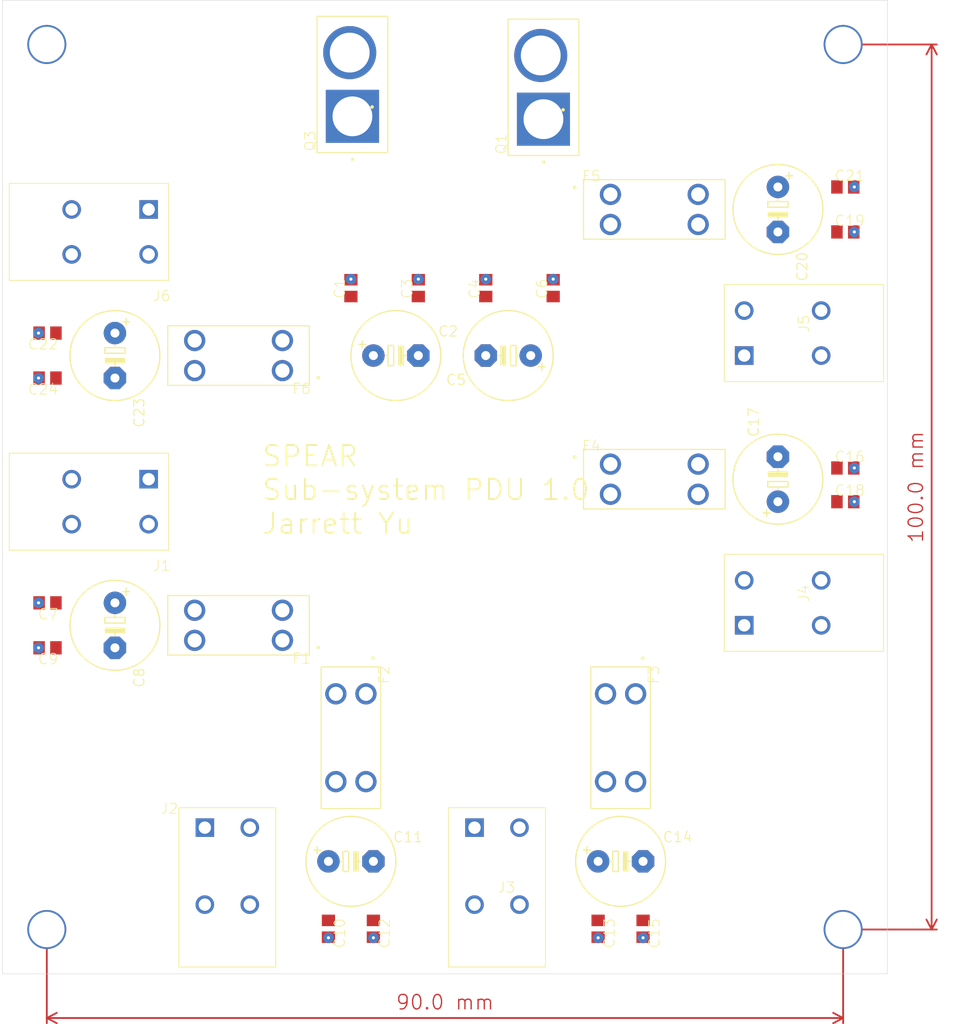
<source format=kicad_pcb>
(kicad_pcb (version 20211014) (generator pcbnew)
  (layers (0 "F.Cu" signal) (31 "B.Cu" signal) (34 "B.Paste" user) (35 "F.Paste" user) (36 "B.SilkS" user "B.Silkscreen") (37 "F.SilkS" user "F.Silkscreen") (38 "B.Mask" user) (39 "F.Mask" user) (44 "Edge.Cuts" user))
  (net 0 "")
  (net 1 "VCC")
  (net 2 "GND")
  (net 3 "N$6")
  (net 4 "N$1")
  (net 5 "N$2")
  (net 6 "N$3")
  (net 7 "N$4")
  (net 8 "N$5")
  (net 9 "N$23")
  (net 10 "N$24")
  (net 11 "N$25")
  (net 12 "N$26")
  (footprint "sub_sys_pdu:E5-10,5" (layer "F.Cu") (at 186.1311 73.6436 -90)
    (fp_text reference "C20" (at 4.699 -2.7432 90) (layer "F.SilkS") (effects (font (size 1.1557 1.1557) (thickness 0.1143)) (justify right)))
    (fp_text value "100uf")
    (fp_line (start -3.429 -1.27) (end -4.191 -1.27) (layer "F.SilkS") (width 0.1524))
    (fp_line (start 0.635 0) (end 1.143 0) (layer "F.SilkS") (width 0.1524))
    (fp_line (start -1.143 0) (end -0.889 0) (layer "F.SilkS") (width 0.1524))
    (fp_line (start -0.254 -1.143) (end -0.889 -1.143) (layer "F.SilkS") (width 0.1524))
    (fp_line (start -0.889 1.143) (end -0.254 1.143) (layer "F.SilkS") (width 0.1524))
    (fp_line (start -3.81 -1.651) (end -3.81 -0.889) (layer "F.SilkS") (width 0.1524))
    (fp_line (start -0.889 -1.143) (end -0.889 0) (layer "F.SilkS") (width 0.1524))
    (fp_line (start -0.889 0) (end -0.889 1.143) (layer "F.SilkS") (width 0.1524))
    (fp_line (start -0.254 1.143) (end -0.254 -1.143) (layer "F.SilkS") (width 0.1524))
    (fp_circle (center 0 0) (end 5.08 0) (layer "F.SilkS") (width 0.1524) (fill none))
    (fp_poly (pts (xy 0.254 1.143) (xy 0.889 1.143) (xy 0.889 -1.143) (xy 0.254 -1.143)) (layer "F.SilkS") (width 0) (fill solid))
    (pad "+" thru_hole circle (at -2.54 0 270) (size 2.54 2.54) (drill 1.016) (layers *.Cu *.Mask) (net 8 "N$5"))
    (pad "-" thru_hole roundrect (at 2.54 0 270) (size 2.54 2.54) (drill 1.016) (layers *.Cu *.Mask) (chamfer_ratio 0.2928932188) (chamfer top_left top_right bottom_left bottom_right) (net 2 "GND"))
  )
  (footprint "sub_sys_pdu:C0805" (layer "F.Cu") (at 103.5811 92.6936 180)
    (fp_text reference "C24" (at -1.27 -1.27) (layer "F.SilkS") (effects (font (size 1.176528 1.176528) (thickness 0.093472)) (justify right)))
    (fp_text value "100nF")
    (pad "1" smd rect (at -0.95 0 180) (size 1.3 1.5) (layers "F.Cu" "F.Paste" "F.Mask") (net 3 "N$6"))
    (pad "2" smd rect (at 0.95 0 180) (size 1.3 1.5) (layers "F.Cu" "F.Paste" "F.Mask") (net 2 "GND"))
  )
  (footprint "sub_sys_pdu:C0805" (layer "F.Cu") (at 135.3311 154.9236 -90)
    (fp_text reference "C10" (at -1.27 -1.27 90) (layer "F.SilkS") (effects (font (size 1.176528 1.176528) (thickness 0.093472)) (justify right)))
    (fp_text value "100nF")
    (pad "1" smd rect (at -0.95 0 270) (size 1.3 1.5) (layers "F.Cu" "F.Paste" "F.Mask") (net 5 "N$2"))
    (pad "2" smd rect (at 0.95 0 270) (size 1.3 1.5) (layers "F.Cu" "F.Paste" "F.Mask") (net 2 "GND"))
  )
  (footprint "sub_sys_pdu:FUSE_3568" (layer "F.Cu") (at 172.1611 73.6436)
    (fp_text reference "F5" (at -8.25 -3.75) (layer "F.SilkS") (effects (font (size 1.176528 1.176528) (thickness 0.093472)) (justify left)))
    (fp_text value "3568")
    (fp_line (start -8 3.365) (end -8 -3.365) (layer "F.SilkS") (width 0.127))
    (fp_line (start 8 3.365) (end -8 3.365) (layer "F.SilkS") (width 0.127))
    (fp_line (start 8 -3.365) (end 8 3.365) (layer "F.SilkS") (width 0.127))
    (fp_line (start -8 -3.365) (end 8 -3.365) (layer "F.SilkS") (width 0.127))
    (fp_circle (center -9 -2.5) (end -8.9 -2.5) (layer "F.SilkS") (width 0.2) (fill none))
    (pad "1" thru_hole circle (at -4.96 -1.7) (size 2.4 2.4) (drill 1.6) (layers *.Cu *.Mask) (net 1 "VCC"))
    (pad "2" thru_hole circle (at 4.96 -1.7) (size 2.4 2.4) (drill 1.6) (layers *.Cu *.Mask) (net 8 "N$5"))
    (pad "3" thru_hole circle (at -4.96 1.7) (size 2.4 2.4) (drill 1.6) (layers *.Cu *.Mask) (net 1 "VCC"))
    (pad "4" thru_hole circle (at 4.96 1.7) (size 2.4 2.4) (drill 1.6) (layers *.Cu *.Mask) (net 8 "N$5"))
  )
  (footprint "sub_sys_pdu:1017503" (layer "F.Cu") (at 182.3211 90.1536 90)
    (fp_text reference "J5" (at 2.54 6.75 90) (layer "F.SilkS") (effects (font (size 1.176528 1.176528) (thickness 0.093472)) (justify left)))
    (fp_text value "1017503")
    (fp_line (start -2.94 -2.25) (end 8.02 -2.25) (layer "F.SilkS") (width 0.1))
    (fp_line (start 8.02 -2.25) (end 8.02 15.75) (layer "F.SilkS") (width 0.1))
    (fp_line (start 8.02 15.75) (end -2.94 15.75) (layer "F.SilkS") (width 0.1))
    (fp_line (start -2.94 15.75) (end -2.94 -2.25) (layer "F.SilkS") (width 0.1))
    (pad "1" thru_hole rect (at 0 0 90) (size 2.1 2.1) (drill 1.4) (layers *.Cu *.Mask) (net 2 "GND"))
    (pad "2" thru_hole circle (at 0 8.7 90) (size 2.1 2.1) (drill 1.4) (layers *.Cu *.Mask) (net 2 "GND"))
    (pad "3" thru_hole circle (at 5.08 0 90) (size 2.1 2.1) (drill 1.4) (layers *.Cu *.Mask) (net 8 "N$5"))
    (pad "4" thru_hole circle (at 5.08 8.7 90) (size 2.1 2.1) (drill 1.4) (layers *.Cu *.Mask) (net 8 "N$5"))
  )
  (footprint "sub_sys_pdu:1017503" (layer "F.Cu") (at 115.0111 73.6436 -90)
    (fp_text reference "J6" (at 9.76 -2.54) (layer "F.SilkS") (effects (font (size 1.176528 1.176528) (thickness 0.093472)) (justify right)))
    (fp_text value "1017503")
    (fp_line (start 8.02 -2.25) (end 8.02 15.75) (layer "F.SilkS") (width 0.1))
    (fp_line (start -2.94 15.75) (end -2.94 -2.25) (layer "F.SilkS") (width 0.1))
    (fp_line (start 8.02 15.75) (end -2.94 15.75) (layer "F.SilkS") (width 0.1))
    (fp_line (start -2.94 -2.25) (end 8.02 -2.25) (layer "F.SilkS") (width 0.1))
    (pad "1" thru_hole rect (at 0 0 270) (size 2.1 2.1) (drill 1.4) (layers *.Cu *.Mask) (net 2 "GND"))
    (pad "2" thru_hole circle (at 0 8.7 270) (size 2.1 2.1) (drill 1.4) (layers *.Cu *.Mask) (net 2 "GND"))
    (pad "3" thru_hole circle (at 5.08 0 270) (size 2.1 2.1) (drill 1.4) (layers *.Cu *.Mask) (net 3 "N$6"))
    (pad "4" thru_hole circle (at 5.08 8.7 270) (size 2.1 2.1) (drill 1.4) (layers *.Cu *.Mask) (net 3 "N$6"))
  )
  (footprint "sub_sys_pdu:FUSE_3568" (layer "F.Cu") (at 125.1711 90.1536 180)
    (fp_text reference "F6" (at -8.25 -3.75) (layer "F.SilkS") (effects (font (size 1.176528 1.176528) (thickness 0.093472)) (justify right)))
    (fp_text value "3568")
    (fp_line (start 8 -3.365) (end 8 3.365) (layer "F.SilkS") (width 0.127))
    (fp_line (start 8 3.365) (end -8 3.365) (layer "F.SilkS") (width 0.127))
    (fp_line (start -8 -3.365) (end 8 -3.365) (layer "F.SilkS") (width 0.127))
    (fp_line (start -8 3.365) (end -8 -3.365) (layer "F.SilkS") (width 0.127))
    (fp_circle (center -9 -2.5) (end -8.9 -2.5) (layer "F.SilkS") (width 0.2) (fill none))
    (pad "1" thru_hole circle (at -4.96 -1.7 180) (size 2.4 2.4) (drill 1.6) (layers *.Cu *.Mask) (net 1 "VCC"))
    (pad "2" thru_hole circle (at 4.96 -1.7 180) (size 2.4 2.4) (drill 1.6) (layers *.Cu *.Mask) (net 3 "N$6"))
    (pad "3" thru_hole circle (at -4.96 1.7 180) (size 2.4 2.4) (drill 1.6) (layers *.Cu *.Mask) (net 1 "VCC"))
    (pad "4" thru_hole circle (at 4.96 1.7 180) (size 2.4 2.4) (drill 1.6) (layers *.Cu *.Mask) (net 3 "N$6"))
  )
  (footprint "sub_sys_pdu:C0805" (layer "F.Cu") (at 193.7511 71.1036)
    (fp_text reference "C21" (at -1.27 -1.27) (layer "F.SilkS") (effects (font (size 1.176528 1.176528) (thickness 0.093472)) (justify left)))
    (fp_text value "100nF")
    (pad "1" smd rect (at -0.95 0) (size 1.3 1.5) (layers "F.Cu" "F.Paste" "F.Mask") (net 8 "N$5"))
    (pad "2" smd rect (at 0.95 0) (size 1.3 1.5) (layers "F.Cu" "F.Paste" "F.Mask") (net 2 "GND"))
  )
  (footprint "sub_sys_pdu:FUSE_3568" (layer "F.Cu") (at 125.1711 120.6336 180)
    (fp_text reference "F1" (at -8.25 -3.75) (layer "F.SilkS") (effects (font (size 1.176528 1.176528) (thickness 0.093472)) (justify right)))
    (fp_text value "3568")
    (fp_line (start -8 3.365) (end -8 -3.365) (layer "F.SilkS") (width 0.127))
    (fp_line (start -8 -3.365) (end 8 -3.365) (layer "F.SilkS") (width 0.127))
    (fp_line (start 8 -3.365) (end 8 3.365) (layer "F.SilkS") (width 0.127))
    (fp_line (start 8 3.365) (end -8 3.365) (layer "F.SilkS") (width 0.127))
    (fp_circle (center -9 -2.5) (end -8.9 -2.5) (layer "F.SilkS") (width 0.2) (fill none))
    (pad "1" thru_hole circle (at -4.96 -1.7 180) (size 2.4 2.4) (drill 1.6) (layers *.Cu *.Mask) (net 1 "VCC"))
    (pad "2" thru_hole circle (at 4.96 -1.7 180) (size 2.4 2.4) (drill 1.6) (layers *.Cu *.Mask) (net 4 "N$1"))
    (pad "3" thru_hole circle (at -4.96 1.7 180) (size 2.4 2.4) (drill 1.6) (layers *.Cu *.Mask) (net 1 "VCC"))
    (pad "4" thru_hole circle (at 4.96 1.7 180) (size 2.4 2.4) (drill 1.6) (layers *.Cu *.Mask) (net 4 "N$1"))
  )
  (footprint "sub_sys_pdu:C0805" (layer "F.Cu") (at 165.8111 154.9236 -90)
    (fp_text reference "C13" (at -1.27 -1.27 90) (layer "F.SilkS") (effects (font (size 1.176528 1.176528) (thickness 0.093472)) (justify right)))
    (fp_text value "100nF")
    (pad "1" smd rect (at -0.95 0 270) (size 1.3 1.5) (layers "F.Cu" "F.Paste" "F.Mask") (net 6 "N$3"))
    (pad "2" smd rect (at 0.95 0 270) (size 1.3 1.5) (layers "F.Cu" "F.Paste" "F.Mask") (net 2 "GND"))
  )
  (footprint "sub_sys_pdu:C0805" (layer "F.Cu") (at 145.4911 82.5336 90)
    (fp_text reference "C3" (at -1.27 -1.27 90) (layer "F.SilkS") (effects (font (size 1.176528 1.176528) (thickness 0.093472)) (justify left)))
    (fp_text value "100nF")
    (pad "1" smd rect (at -0.95 0 90) (size 1.3 1.5) (layers "F.Cu" "F.Paste" "F.Mask") (net 1 "VCC"))
    (pad "2" smd rect (at 0.95 0 90) (size 1.3 1.5) (layers "F.Cu" "F.Paste" "F.Mask") (net 2 "GND"))
  )
  (footprint "sub_sys_pdu:C0805" (layer "F.Cu") (at 103.5811 123.1736 180)
    (fp_text reference "C9" (at -1.27 -1.27) (layer "F.SilkS") (effects (font (size 1.176528 1.176528) (thickness 0.093472)) (justify right)))
    (fp_text value "100nF")
    (pad "1" smd rect (at -0.95 0 180) (size 1.3 1.5) (layers "F.Cu" "F.Paste" "F.Mask") (net 4 "N$1"))
    (pad "2" smd rect (at 0.95 0 180) (size 1.3 1.5) (layers "F.Cu" "F.Paste" "F.Mask") (net 2 "GND"))
  )
  (footprint "sub_sys_pdu:C0805" (layer "F.Cu") (at 103.5811 118.0936 180)
    (fp_text reference "C7" (at -1.27 -1.27) (layer "F.SilkS") (effects (font (size 1.176528 1.176528) (thickness 0.093472)) (justify right)))
    (fp_text value "100nF")
    (pad "1" smd rect (at -0.95 0 180) (size 1.3 1.5) (layers "F.Cu" "F.Paste" "F.Mask") (net 4 "N$1"))
    (pad "2" smd rect (at 0.95 0 180) (size 1.3 1.5) (layers "F.Cu" "F.Paste" "F.Mask") (net 2 "GND"))
  )
  (footprint "sub_sys_pdu:E5-10,5" (layer "F.Cu") (at 186.1311 104.1236 90)
    (fp_text reference "C17" (at 4.699 -2.7432 90) (layer "F.SilkS") (effects (font (size 1.1557 1.1557) (thickness 0.1143)) (justify left)))
    (fp_text value "100uf")
    (fp_line (start 0.635 0) (end 1.143 0) (layer "F.SilkS") (width 0.1524))
    (fp_line (start -0.254 1.143) (end -0.254 -1.143) (layer "F.SilkS") (width 0.1524))
    (fp_line (start -0.254 -1.143) (end -0.889 -1.143) (layer "F.SilkS") (width 0.1524))
    (fp_line (start -3.81 -1.651) (end -3.81 -0.889) (layer "F.SilkS") (width 0.1524))
    (fp_line (start -0.889 -1.143) (end -0.889 0) (layer "F.SilkS") (width 0.1524))
    (fp_line (start -1.143 0) (end -0.889 0) (layer "F.SilkS") (width 0.1524))
    (fp_line (start -0.889 0) (end -0.889 1.143) (layer "F.SilkS") (width 0.1524))
    (fp_line (start -0.889 1.143) (end -0.254 1.143) (layer "F.SilkS") (width 0.1524))
    (fp_line (start -3.429 -1.27) (end -4.191 -1.27) (layer "F.SilkS") (width 0.1524))
    (fp_circle (center 0 0) (end 5.08 0) (layer "F.SilkS") (width 0.1524) (fill none))
    (fp_poly (pts (xy 0.254 1.143) (xy 0.889 1.143) (xy 0.889 -1.143) (xy 0.254 -1.143)) (layer "F.SilkS") (width 0) (fill solid))
    (pad "+" thru_hole circle (at -2.54 0 90) (size 2.54 2.54) (drill 1.016) (layers *.Cu *.Mask) (net 7 "N$4"))
    (pad "-" thru_hole roundrect (at 2.54 0 90) (size 2.54 2.54) (drill 1.016) (layers *.Cu *.Mask) (chamfer_ratio 0.2928932188) (chamfer top_left top_right bottom_left bottom_right) (net 2 "GND"))
  )
  (footprint "sub_sys_pdu:1017503" (layer "F.Cu") (at 115.0111 104.1236 -90)
    (fp_text reference "J1" (at 9.76 -2.54) (layer "F.SilkS") (effects (font (size 1.176528 1.176528) (thickness 0.093472)) (justify right)))
    (fp_text value "1017503")
    (fp_line (start -2.94 15.75) (end -2.94 -2.25) (layer "F.SilkS") (width 0.1))
    (fp_line (start 8.02 15.75) (end -2.94 15.75) (layer "F.SilkS") (width 0.1))
    (fp_line (start -2.94 -2.25) (end 8.02 -2.25) (layer "F.SilkS") (width 0.1))
    (fp_line (start 8.02 -2.25) (end 8.02 15.75) (layer "F.SilkS") (width 0.1))
    (pad "1" thru_hole rect (at 0 0 270) (size 2.1 2.1) (drill 1.4) (layers *.Cu *.Mask) (net 2 "GND"))
    (pad "2" thru_hole circle (at 0 8.7 270) (size 2.1 2.1) (drill 1.4) (layers *.Cu *.Mask) (net 2 "GND"))
    (pad "3" thru_hole circle (at 5.08 0 270) (size 2.1 2.1) (drill 1.4) (layers *.Cu *.Mask) (net 4 "N$1"))
    (pad "4" thru_hole circle (at 5.08 8.7 270) (size 2.1 2.1) (drill 1.4) (layers *.Cu *.Mask) (net 4 "N$1"))
  )
  (footprint "sub_sys_pdu:C0805" (layer "F.Cu") (at 193.7511 76.1836)
    (fp_text reference "C19" (at -1.27 -1.27) (layer "F.SilkS") (effects (font (size 1.176528 1.176528) (thickness 0.093472)) (justify left)))
    (fp_text value "100nF")
    (pad "1" smd rect (at -0.95 0) (size 1.3 1.5) (layers "F.Cu" "F.Paste" "F.Mask") (net 8 "N$5"))
    (pad "2" smd rect (at 0.95 0) (size 1.3 1.5) (layers "F.Cu" "F.Paste" "F.Mask") (net 2 "GND"))
  )
  (footprint "sub_sys_pdu:AMASS_XT60PB-M" (layer "F.Cu") (at 138.0411 59.5236 90)
    (fp_text reference "Q3" (at -7.62 -4.7625 90) (layer "F.SilkS") (effects (font (size 1.176528 1.176528) (thickness 0.093472)) (justify left)))
    (fp_text value "XT60_YELLOW")
    (fp_line (start 7.7 4) (end -7.7 4) (layer "F.SilkS") (width 0.127))
    (fp_line (start 7.7 -4) (end 7.7 4) (layer "F.SilkS") (width 0.127))
    (fp_line (start -7.7 4) (end -7.7 -4) (layer "F.SilkS") (width 0.127))
    (fp_line (start -7.7 -4) (end 7.7 -4) (layer "F.SilkS") (width 0.127))
    (fp_circle (center -8.45 0) (end -8.35 0) (layer "F.SilkS") (width 0.2) (fill none))
    (fp_circle (center -2.54 2.2225) (end -2.44 2.2225) (layer "F.SilkS") (width 0.2) (fill none))
    (pad "1" thru_hole rect (at -3.6 0 90) (size 6 6) (drill 4.5) (layers *.Cu *.Mask) (net 1 "VCC"))
    (pad "2" thru_hole circle (at 3.6 -0.305 90) (size 6 6) (drill 4.5) (layers *.Cu *.Mask) (net 2 "GND"))
  )
  (footprint "sub_sys_pdu:FUSE_3568" (layer "F.Cu") (at 172.1611 104.1236)
    (fp_text reference "F4" (at -8.25 -3.75) (layer "F.SilkS") (effects (font (size 1.176528 1.176528) (thickness 0.093472)) (justify left)))
    (fp_text value "3568")
    (fp_line (start -8 -3.365) (end 8 -3.365) (layer "F.SilkS") (width 0.127))
    (fp_line (start -8 3.365) (end -8 -3.365) (layer "F.SilkS") (width 0.127))
    (fp_line (start 8 -3.365) (end 8 3.365) (layer "F.SilkS") (width 0.127))
    (fp_line (start 8 3.365) (end -8 3.365) (layer "F.SilkS") (width 0.127))
    (fp_circle (center -9 -2.5) (end -8.9 -2.5) (layer "F.SilkS") (width 0.2) (fill none))
    (pad "1" thru_hole circle (at -4.96 -1.7) (size 2.4 2.4) (drill 1.6) (layers *.Cu *.Mask) (net 1 "VCC"))
    (pad "2" thru_hole circle (at 4.96 -1.7) (size 2.4 2.4) (drill 1.6) (layers *.Cu *.Mask) (net 7 "N$4"))
    (pad "3" thru_hole circle (at -4.96 1.7) (size 2.4 2.4) (drill 1.6) (layers *.Cu *.Mask) (net 1 "VCC"))
    (pad "4" thru_hole circle (at 4.96 1.7) (size 2.4 2.4) (drill 1.6) (layers *.Cu *.Mask) (net 7 "N$4"))
  )
  (footprint "sub_sys_pdu:1017503" (layer "F.Cu") (at 151.8411 143.4936)
    (fp_text reference "J3" (at 2.54 6.75) (layer "F.SilkS") (effects (font (size 1.176528 1.176528) (thickness 0.093472)) (justify left)))
    (fp_text value "1017503")
    (fp_line (start -2.94 -2.25) (end 8.02 -2.25) (layer "F.SilkS") (width 0.1))
    (fp_line (start 8.02 15.75) (end -2.94 15.75) (layer "F.SilkS") (width 0.1))
    (fp_line (start 8.02 -2.25) (end 8.02 15.75) (layer "F.SilkS") (width 0.1))
    (fp_line (start -2.94 15.75) (end -2.94 -2.25) (layer "F.SilkS") (width 0.1))
    (pad "1" thru_hole rect (at 0 0) (size 2.1 2.1) (drill 1.4) (layers *.Cu *.Mask) (net 2 "GND"))
    (pad "2" thru_hole circle (at 0 8.7) (size 2.1 2.1) (drill 1.4) (layers *.Cu *.Mask) (net 2 "GND"))
    (pad "3" thru_hole circle (at 5.08 0) (size 2.1 2.1) (drill 1.4) (layers *.Cu *.Mask) (net 6 "N$3"))
    (pad "4" thru_hole circle (at 5.08 8.7) (size 2.1 2.1) (drill 1.4) (layers *.Cu *.Mask) (net 6 "N$3"))
  )
  (footprint "sub_sys_pdu:C0805" (layer "F.Cu") (at 153.1111 82.5336 90)
    (fp_text reference "C4" (at -1.27 -1.27 90) (layer "F.SilkS") (effects (font (size 1.176528 1.176528) (thickness 0.093472)) (justify left)))
    (fp_text value "100nF")
    (pad "1" smd rect (at -0.95 0 90) (size 1.3 1.5) (layers "F.Cu" "F.Paste" "F.Mask") (net 1 "VCC"))
    (pad "2" smd rect (at 0.95 0 90) (size 1.3 1.5) (layers "F.Cu" "F.Paste" "F.Mask") (net 2 "GND"))
  )
  (footprint "sub_sys_pdu:C0805" (layer "F.Cu") (at 193.7511 106.6636)
    (fp_text reference "C18" (at -1.27 -1.27) (layer "F.SilkS") (effects (font (size 1.176528 1.176528) (thickness 0.093472)) (justify left)))
    (fp_text value "100nF")
    (pad "1" smd rect (at -0.95 0) (size 1.3 1.5) (layers "F.Cu" "F.Paste" "F.Mask") (net 7 "N$4"))
    (pad "2" smd rect (at 0.95 0) (size 1.3 1.5) (layers "F.Cu" "F.Paste" "F.Mask") (net 2 "GND"))
  )
  (footprint "sub_sys_pdu:E5-10,5" (layer "F.Cu") (at 142.9511 90.1536)
    (fp_text reference "C2" (at 4.699 -2.7432) (layer "F.SilkS") (effects (font (size 1.1557 1.1557) (thickness 0.1143)) (justify left)))
    (fp_text value "100uf")
    (fp_line (start -0.254 -1.143) (end -0.889 -1.143) (layer "F.SilkS") (width 0.1524))
    (fp_line (start -0.254 1.143) (end -0.254 -1.143) (layer "F.SilkS") (width 0.1524))
    (fp_line (start -0.889 1.143) (end -0.254 1.143) (layer "F.SilkS") (width 0.1524))
    (fp_line (start -0.889 -1.143) (end -0.889 0) (layer "F.SilkS") (width 0.1524))
    (fp_line (start -3.429 -1.27) (end -4.191 -1.27) (layer "F.SilkS") (width 0.1524))
    (fp_line (start 0.635 0) (end 1.143 0) (layer "F.SilkS") (width 0.1524))
    (fp_line (start -0.889 0) (end -0.889 1.143) (layer "F.SilkS") (width 0.1524))
    (fp_line (start -3.81 -1.651) (end -3.81 -0.889) (layer "F.SilkS") (width 0.1524))
    (fp_line (start -1.143 0) (end -0.889 0) (layer "F.SilkS") (width 0.1524))
    (fp_circle (center 0 0) (end 5.08 0) (layer "F.SilkS") (width 0.1524) (fill none))
    (fp_poly (pts (xy 0.254 1.143) (xy 0.889 1.143) (xy 0.889 -1.143) (xy 0.254 -1.143)) (layer "F.SilkS") (width 0) (fill solid))
    (pad "+" thru_hole circle (at -2.54 0) (size 2.54 2.54) (drill 1.016) (layers *.Cu *.Mask) (net 1 "VCC"))
    (pad "-" thru_hole roundrect (at 2.54 0) (size 2.54 2.54) (drill 1.016) (layers *.Cu *.Mask) (chamfer_ratio 0.2928932188) (chamfer top_left top_right bottom_left bottom_right) (net 2 "GND"))
  )
  (footprint "sub_sys_pdu:E5-10,5" (layer "F.Cu") (at 155.6511 90.1536 180)
    (fp_text reference "C5" (at 4.699 -2.7432) (layer "F.SilkS") (effects (font (size 1.1557 1.1557) (thickness 0.1143)) (justify right)))
    (fp_text value "100uf")
    (fp_line (start -0.254 1.143) (end -0.254 -1.143) (layer "F.SilkS") (width 0.1524))
    (fp_line (start -3.81 -1.651) (end -3.81 -0.889) (layer "F.SilkS") (width 0.1524))
    (fp_line (start -3.429 -1.27) (end -4.191 -1.27) (layer "F.SilkS") (width 0.1524))
    (fp_line (start -0.254 -1.143) (end -0.889 -1.143) (layer "F.SilkS") (width 0.1524))
    (fp_line (start -1.143 0) (end -0.889 0) (layer "F.SilkS") (width 0.1524))
    (fp_line (start -0.889 1.143) (end -0.254 1.143) (layer "F.SilkS") (width 0.1524))
    (fp_line (start -0.889 -1.143) (end -0.889 0) (layer "F.SilkS") (width 0.1524))
    (fp_line (start -0.889 0) (end -0.889 1.143) (layer "F.SilkS") (width 0.1524))
    (fp_line (start 0.635 0) (end 1.143 0) (layer "F.SilkS") (width 0.1524))
    (fp_circle (center 0 0) (end 5.08 0) (layer "F.SilkS") (width 0.1524) (fill none))
    (fp_poly (pts (xy 0.254 1.143) (xy 0.889 1.143) (xy 0.889 -1.143) (xy 0.254 -1.143)) (layer "F.SilkS") (width 0) (fill solid))
    (pad "+" thru_hole circle (at -2.54 0 180) (size 2.54 2.54) (drill 1.016) (layers *.Cu *.Mask) (net 1 "VCC"))
    (pad "-" thru_hole roundrect (at 2.54 0 180) (size 2.54 2.54) (drill 1.016) (layers *.Cu *.Mask) (chamfer_ratio 0.2928932188) (chamfer top_left top_right bottom_left bottom_right) (net 2 "GND"))
  )
  (footprint "sub_sys_pdu:C0805" (layer "F.Cu") (at 137.8711 82.5336 90)
    (fp_text reference "C1" (at -1.27 -1.27 90) (layer "F.SilkS") (effects (font (size 1.176528 1.176528) (thickness 0.093472)) (justify left)))
    (fp_text value "100nF")
    (pad "1" smd rect (at -0.95 0 90) (size 1.3 1.5) (layers "F.Cu" "F.Paste" "F.Mask") (net 1 "VCC"))
    (pad "2" smd rect (at 0.95 0 90) (size 1.3 1.5) (layers "F.Cu" "F.Paste" "F.Mask") (net 2 "GND"))
  )
  (footprint "sub_sys_pdu:E5-10,5" (layer "F.Cu") (at 111.2011 120.6336 -90)
    (fp_text reference "C8" (at 4.699 -2.7432 90) (layer "F.SilkS") (effects (font (size 1.1557 1.1557) (thickness 0.1143)) (justify right)))
    (fp_text value "100uf")
    (fp_line (start -0.889 -1.143) (end -0.889 0) (layer "F.SilkS") (width 0.1524))
    (fp_line (start -0.254 1.143) (end -0.254 -1.143) (layer "F.SilkS") (width 0.1524))
    (fp_line (start -0.889 0) (end -0.889 1.143) (layer "F.SilkS") (width 0.1524))
    (fp_line (start -3.81 -1.651) (end -3.81 -0.889) (layer "F.SilkS") (width 0.1524))
    (fp_line (start -0.889 1.143) (end -0.254 1.143) (layer "F.SilkS") (width 0.1524))
    (fp_line (start -3.429 -1.27) (end -4.191 -1.27) (layer "F.SilkS") (width 0.1524))
    (fp_line (start -1.143 0) (end -0.889 0) (layer "F.SilkS") (width 0.1524))
    (fp_line (start -0.254 -1.143) (end -0.889 -1.143) (layer "F.SilkS") (width 0.1524))
    (fp_line (start 0.635 0) (end 1.143 0) (layer "F.SilkS") (width 0.1524))
    (fp_circle (center 0 0) (end 5.08 0) (layer "F.SilkS") (width 0.1524) (fill none))
    (fp_poly (pts (xy 0.254 1.143) (xy 0.889 1.143) (xy 0.889 -1.143) (xy 0.254 -1.143)) (layer "F.SilkS") (width 0) (fill solid))
    (pad "+" thru_hole circle (at -2.54 0 270) (size 2.54 2.54) (drill 1.016) (layers *.Cu *.Mask) (net 4 "N$1"))
    (pad "-" thru_hole roundrect (at 2.54 0 270) (size 2.54 2.54) (drill 1.016) (layers *.Cu *.Mask) (chamfer_ratio 0.2928932188) (chamfer top_left top_right bottom_left bottom_right) (net 2 "GND"))
  )
  (footprint "sub_sys_pdu:C0805" (layer "F.Cu") (at 170.8911 154.9236 -90)
    (fp_text reference "C15" (at -1.27 -1.27 90) (layer "F.SilkS") (effects (font (size 1.176528 1.176528) (thickness 0.093472)) (justify right)))
    (fp_text value "100nF")
    (pad "1" smd rect (at -0.95 0 270) (size 1.3 1.5) (layers "F.Cu" "F.Paste" "F.Mask") (net 6 "N$3"))
    (pad "2" smd rect (at 0.95 0 270) (size 1.3 1.5) (layers "F.Cu" "F.Paste" "F.Mask") (net 2 "GND"))
  )
  (footprint "sub_sys_pdu:C0805" (layer "F.Cu") (at 103.5811 87.6136 180)
    (fp_text reference "C22" (at -1.27 -1.27) (layer "F.SilkS") (effects (font (size 1.176528 1.176528) (thickness 0.093472)) (justify right)))
    (fp_text value "100nF")
    (pad "1" smd rect (at -0.95 0 180) (size 1.3 1.5) (layers "F.Cu" "F.Paste" "F.Mask") (net 3 "N$6"))
    (pad "2" smd rect (at 0.95 0 180) (size 1.3 1.5) (layers "F.Cu" "F.Paste" "F.Mask") (net 2 "GND"))
  )
  (footprint "sub_sys_pdu:1017503" (layer "F.Cu") (at 121.3611 143.4936)
    (fp_text reference "J2" (at -5.08 -2.14) (layer "F.SilkS") (effects (font (size 1.176528 1.176528) (thickness 0.093472)) (justify left)))
    (fp_text value "1017503")
    (fp_line (start 8.02 15.75) (end -2.94 15.75) (layer "F.SilkS") (width 0.1))
    (fp_line (start -2.94 -2.25) (end 8.02 -2.25) (layer "F.SilkS") (width 0.1))
    (fp_line (start -2.94 15.75) (end -2.94 -2.25) (layer "F.SilkS") (width 0.1))
    (fp_line (start 8.02 -2.25) (end 8.02 15.75) (layer "F.SilkS") (width 0.1))
    (pad "1" thru_hole rect (at 0 0) (size 2.1 2.1) (drill 1.4) (layers *.Cu *.Mask) (net 2 "GND"))
    (pad "2" thru_hole circle (at 0 8.7) (size 2.1 2.1) (drill 1.4) (layers *.Cu *.Mask) (net 2 "GND"))
    (pad "3" thru_hole circle (at 5.08 0) (size 2.1 2.1) (drill 1.4) (layers *.Cu *.Mask) (net 5 "N$2"))
    (pad "4" thru_hole circle (at 5.08 8.7) (size 2.1 2.1) (drill 1.4) (layers *.Cu *.Mask) (net 5 "N$2"))
  )
  (footprint "sub_sys_pdu:C0805" (layer "F.Cu") (at 160.7311 82.5336 90)
    (fp_text reference "C6" (at -1.27 -1.27 90) (layer "F.SilkS") (effects (font (size 1.176528 1.176528) (thickness 0.093472)) (justify left)))
    (fp_text value "100nF")
    (pad "1" smd rect (at -0.95 0 90) (size 1.3 1.5) (layers "F.Cu" "F.Paste" "F.Mask") (net 1 "VCC"))
    (pad "2" smd rect (at 0.95 0 90) (size 1.3 1.5) (layers "F.Cu" "F.Paste" "F.Mask") (net 2 "GND"))
  )
  (footprint "sub_sys_pdu:E5-10,5" (layer "F.Cu") (at 111.2011 90.1536 -90)
    (fp_text reference "C23" (at 4.699 -2.7432 90) (layer "F.SilkS") (effects (font (size 1.1557 1.1557) (thickness 0.1143)) (justify right)))
    (fp_text value "100uf")
    (fp_line (start -3.81 -1.651) (end -3.81 -0.889) (layer "F.SilkS") (width 0.1524))
    (fp_line (start -0.889 1.143) (end -0.254 1.143) (layer "F.SilkS") (width 0.1524))
    (fp_line (start -0.254 1.143) (end -0.254 -1.143) (layer "F.SilkS") (width 0.1524))
    (fp_line (start -0.889 0) (end -0.889 1.143) (layer "F.SilkS") (width 0.1524))
    (fp_line (start -3.429 -1.27) (end -4.191 -1.27) (layer "F.SilkS") (width 0.1524))
    (fp_line (start 0.635 0) (end 1.143 0) (layer "F.SilkS") (width 0.1524))
    (fp_line (start -1.143 0) (end -0.889 0) (layer "F.SilkS") (width 0.1524))
    (fp_line (start -0.889 -1.143) (end -0.889 0) (layer "F.SilkS") (width 0.1524))
    (fp_line (start -0.254 -1.143) (end -0.889 -1.143) (layer "F.SilkS") (width 0.1524))
    (fp_circle (center 0 0) (end 5.08 0) (layer "F.SilkS") (width 0.1524) (fill none))
    (fp_poly (pts (xy 0.254 1.143) (xy 0.889 1.143) (xy 0.889 -1.143) (xy 0.254 -1.143)) (layer "F.SilkS") (width 0) (fill solid))
    (pad "+" thru_hole circle (at -2.54 0 270) (size 2.54 2.54) (drill 1.016) (layers *.Cu *.Mask) (net 3 "N$6"))
    (pad "-" thru_hole roundrect (at 2.54 0 270) (size 2.54 2.54) (drill 1.016) (layers *.Cu *.Mask) (chamfer_ratio 0.2928932188) (chamfer top_left top_right bottom_left bottom_right) (net 2 "GND"))
  )
  (footprint "sub_sys_pdu:1017503" (layer "F.Cu") (at 182.3211 120.6336 90)
    (fp_text reference "J4" (at 2.54 6.75 90) (layer "F.SilkS") (effects (font (size 1.176528 1.176528) (thickness 0.093472)) (justify left)))
    (fp_text value "1017503")
    (fp_line (start 8.02 15.75) (end -2.94 15.75) (layer "F.SilkS") (width 0.1))
    (fp_line (start 8.02 -2.25) (end 8.02 15.75) (layer "F.SilkS") (width 0.1))
    (fp_line (start -2.94 -2.25) (end 8.02 -2.25) (layer "F.SilkS") (width 0.1))
    (fp_line (start -2.94 15.75) (end -2.94 -2.25) (layer "F.SilkS") (width 0.1))
    (pad "1" thru_hole rect (at 0 0 90) (size 2.1 2.1) (drill 1.4) (layers *.Cu *.Mask) (net 2 "GND"))
    (pad "2" thru_hole circle (at 0 8.7 90) (size 2.1 2.1) (drill 1.4) (layers *.Cu *.Mask) (net 2 "GND"))
    (pad "3" thru_hole circle (at 5.08 0 90) (size 2.1 2.1) (drill 1.4) (layers *.Cu *.Mask) (net 7 "N$4"))
    (pad "4" thru_hole circle (at 5.08 8.7 90) (size 2.1 2.1) (drill 1.4) (layers *.Cu *.Mask) (net 7 "N$4"))
  )
  (footprint "sub_sys_pdu:C0805" (layer "F.Cu") (at 140.4111 154.9236 -90)
    (fp_text reference "C12" (at -1.27 -1.27 90) (layer "F.SilkS") (effects (font (size 1.176528 1.176528) (thickness 0.093472)) (justify right)))
    (fp_text value "100nF")
    (pad "1" smd rect (at -0.95 0 270) (size 1.3 1.5) (layers "F.Cu" "F.Paste" "F.Mask") (net 5 "N$2"))
    (pad "2" smd rect (at 0.95 0 270) (size 1.3 1.5) (layers "F.Cu" "F.Paste" "F.Mask") (net 2 "GND"))
  )
  (footprint "sub_sys_pdu:C0805" (layer "F.Cu") (at 193.7511 102.8536)
    (fp_text reference "C16" (at -1.27 -1.27) (layer "F.SilkS") (effects (font (size 1.176528 1.176528) (thickness 0.093472)) (justify left)))
    (fp_text value "100nF")
    (pad "1" smd rect (at -0.95 0) (size 1.3 1.5) (layers "F.Cu" "F.Paste" "F.Mask") (net 7 "N$4"))
    (pad "2" smd rect (at 0.95 0) (size 1.3 1.5) (layers "F.Cu" "F.Paste" "F.Mask") (net 2 "GND"))
  )
  (footprint "sub_sys_pdu:AMASS_XT60PB-M" (layer "F.Cu") (at 159.6311 59.8436 90)
    (fp_text reference "Q1" (at -7.62 -4.7625 90) (layer "F.SilkS") (effects (font (size 1.176528 1.176528) (thickness 0.093472)) (justify left)))
    (fp_text value "XT60_YELLOW")
    (fp_line (start -7.7 4) (end -7.7 -4) (layer "F.SilkS") (width 0.127))
    (fp_line (start -7.7 -4) (end 7.7 -4) (layer "F.SilkS") (width 0.127))
    (fp_line (start 7.7 4) (end -7.7 4) (layer "F.SilkS") (width 0.127))
    (fp_line (start 7.7 -4) (end 7.7 4) (layer "F.SilkS") (width 0.127))
    (fp_circle (center -8.45 0) (end -8.35 0) (layer "F.SilkS") (width 0.2) (fill none))
    (fp_circle (center -2.54 2.2225) (end -2.44 2.2225) (layer "F.SilkS") (width 0.2) (fill none))
    (pad "1" thru_hole rect (at -3.6 0 90) (size 6 6) (drill 4.5) (layers *.Cu *.Mask) (net 1 "VCC"))
    (pad "2" thru_hole circle (at 3.6 -0.305 90) (size 6 6) (drill 4.5) (layers *.Cu *.Mask) (net 2 "GND"))
  )
  (footprint "sub_sys_pdu:FUSE_3568" (layer "F.Cu") (at 137.8711 133.3336 -90)
    (fp_text reference "F2" (at -8.25 -3.75 90) (layer "F.SilkS") (effects (font (size 1.176528 1.176528) (thickness 0.093472)) (justify right)))
    (fp_text value "3568")
    (fp_line (start -8 3.365) (end -8 -3.365) (layer "F.SilkS") (width 0.127))
    (fp_line (start -8 -3.365) (end 8 -3.365) (layer "F.SilkS") (width 0.127))
    (fp_line (start 8 -3.365) (end 8 3.365) (layer "F.SilkS") (width 0.127))
    (fp_line (start 8 3.365) (end -8 3.365) (layer "F.SilkS") (width 0.127))
    (fp_circle (center -9 -2.5) (end -8.9 -2.5) (layer "F.SilkS") (width 0.2) (fill none))
    (pad "1" thru_hole circle (at -4.96 -1.7 270) (size 2.4 2.4) (drill 1.6) (layers *.Cu *.Mask) (net 1 "VCC"))
    (pad "2" thru_hole circle (at 4.96 -1.7 270) (size 2.4 2.4) (drill 1.6) (layers *.Cu *.Mask) (net 5 "N$2"))
    (pad "3" thru_hole circle (at -4.96 1.7 270) (size 2.4 2.4) (drill 1.6) (layers *.Cu *.Mask) (net 1 "VCC"))
    (pad "4" thru_hole circle (at 4.96 1.7 270) (size 2.4 2.4) (drill 1.6) (layers *.Cu *.Mask) (net 5 "N$2"))
  )
  (footprint "sub_sys_pdu:FUSE_3568" (layer "F.Cu") (at 168.3511 133.3336 -90)
    (fp_text reference "F3" (at -8.25 -3.75 90) (layer "F.SilkS") (effects (font (size 1.176528 1.176528) (thickness 0.093472)) (justify right)))
    (fp_text value "3568")
    (fp_line (start -8 -3.365) (end 8 -3.365) (layer "F.SilkS") (width 0.127))
    (fp_line (start 8 -3.365) (end 8 3.365) (layer "F.SilkS") (width 0.127))
    (fp_line (start 8 3.365) (end -8 3.365) (layer "F.SilkS") (width 0.127))
    (fp_line (start -8 3.365) (end -8 -3.365) (layer "F.SilkS") (width 0.127))
    (fp_circle (center -9 -2.5) (end -8.9 -2.5) (layer "F.SilkS") (width 0.2) (fill none))
    (pad "1" thru_hole circle (at -4.96 -1.7 270) (size 2.4 2.4) (drill 1.6) (layers *.Cu *.Mask) (net 1 "VCC"))
    (pad "2" thru_hole circle (at 4.96 -1.7 270) (size 2.4 2.4) (drill 1.6) (layers *.Cu *.Mask) (net 6 "N$3"))
    (pad "3" thru_hole circle (at -4.96 1.7 270) (size 2.4 2.4) (drill 1.6) (layers *.Cu *.Mask) (net 1 "VCC"))
    (pad "4" thru_hole circle (at 4.96 1.7 270) (size 2.4 2.4) (drill 1.6) (layers *.Cu *.Mask) (net 6 "N$3"))
  )
  (footprint "sub_sys_pdu:E5-10,5" (layer "F.Cu") (at 137.8711 147.3036)
    (fp_text reference "C11" (at 4.699 -2.7432) (layer "F.SilkS") (effects (font (size 1.1557 1.1557) (thickness 0.1143)) (justify left)))
    (fp_text value "100uf")
    (fp_line (start -0.889 1.143) (end -0.254 1.143) (layer "F.SilkS") (width 0.1524))
    (fp_line (start -0.889 -1.143) (end -0.889 0) (layer "F.SilkS") (width 0.1524))
    (fp_line (start -0.254 1.143) (end -0.254 -1.143) (layer "F.SilkS") (width 0.1524))
    (fp_line (start -0.254 -1.143) (end -0.889 -1.143) (layer "F.SilkS") (width 0.1524))
    (fp_line (start -3.81 -1.651) (end -3.81 -0.889) (layer "F.SilkS") (width 0.1524))
    (fp_line (start -0.889 0) (end -0.889 1.143) (layer "F.SilkS") (width 0.1524))
    (fp_line (start -3.429 -1.27) (end -4.191 -1.27) (layer "F.SilkS") (width 0.1524))
    (fp_line (start -1.143 0) (end -0.889 0) (layer "F.SilkS") (width 0.1524))
    (fp_line (start 0.635 0) (end 1.143 0) (layer "F.SilkS") (width 0.1524))
    (fp_circle (center 0 0) (end 5.08 0) (layer "F.SilkS") (width 0.1524) (fill none))
    (fp_poly (pts (xy 0.254 1.143) (xy 0.889 1.143) (xy 0.889 -1.143) (xy 0.254 -1.143)) (layer "F.SilkS") (width 0) (fill solid))
    (pad "+" thru_hole circle (at -2.54 0) (size 2.54 2.54) (drill 1.016) (layers *.Cu *.Mask) (net 5 "N$2"))
    (pad "-" thru_hole roundrect (at 2.54 0) (size 2.54 2.54) (drill 1.016) (layers *.Cu *.Mask) (chamfer_ratio 0.2928932188) (chamfer top_left top_right bottom_left bottom_right) (net 2 "GND"))
  )
  (footprint "sub_sys_pdu:E5-10,5" (layer "F.Cu") (at 168.3511 147.3036)
    (fp_text reference "C14" (at 4.699 -2.7432) (layer "F.SilkS") (effects (font (size 1.1557 1.1557) (thickness 0.1143)) (justify left)))
    (fp_text value "100uf")
    (fp_line (start -0.889 0) (end -0.889 1.143) (layer "F.SilkS") (width 0.1524))
    (fp_line (start -0.889 1.143) (end -0.254 1.143) (layer "F.SilkS") (width 0.1524))
    (fp_line (start 0.635 0) (end 1.143 0) (layer "F.SilkS") (width 0.1524))
    (fp_line (start -0.889 -1.143) (end -0.889 0) (layer "F.SilkS") (width 0.1524))
    (fp_line (start -1.143 0) (end -0.889 0) (layer "F.SilkS") (width 0.1524))
    (fp_line (start -3.81 -1.651) (end -3.81 -0.889) (layer "F.SilkS") (width 0.1524))
    (fp_line (start -0.254 1.143) (end -0.254 -1.143) (layer "F.SilkS") (width 0.1524))
    (fp_line (start -0.254 -1.143) (end -0.889 -1.143) (layer "F.SilkS") (width 0.1524))
    (fp_line (start -3.429 -1.27) (end -4.191 -1.27) (layer "F.SilkS") (width 0.1524))
    (fp_circle (center 0 0) (end 5.08 0) (layer "F.SilkS") (width 0.1524) (fill none))
    (fp_poly (pts (xy 0.254 1.143) (xy 0.889 1.143) (xy 0.889 -1.143) (xy 0.254 -1.143)) (layer "F.SilkS") (width 0) (fill solid))
    (pad "+" thru_hole circle (at -2.54 0) (size 2.54 2.54) (drill 1.016) (layers *.Cu *.Mask) (net 6 "N$3"))
    (pad "-" thru_hole roundrect (at 2.54 0) (size 2.54 2.54) (drill 1.016) (layers *.Cu *.Mask) (chamfer_ratio 0.2928932188) (chamfer top_left top_right bottom_left bottom_right) (net 2 "GND"))
  )
  (gr_line (start 198.5011 160.0036) (end 198.5011 50.0036) (layer "Edge.Cuts") (width 0.05))
  (gr_line (start 198.5011 50.0036) (end 98.5011 50.0036) (layer "Edge.Cuts") (width 0.05))
  (gr_line (start 98.5011 160.0036) (end 198.5011 160.0036) (layer "Edge.Cuts") (width 0.05))
  (gr_line (start 98.5011 50.0036) (end 98.5011 160.0036) (layer "Edge.Cuts") (width 0.05))
  (gr_text "Sub-system PDU 1.0" (at 127.7111 106.6636) (layer "F.SilkS") (effects (font (size 2.3 2.3) (thickness 0.2)) (justify left bottom)))
  (gr_text "Jarrett Yu" (at 127.7111 110.4736) (layer "F.SilkS") (effects (font (size 2.3 2.3) (thickness 0.2)) (justify left bottom)))
  (gr_text "SPEAR" (at 127.7111 102.8536) (layer "F.SilkS") (effects (font (size 2.3 2.3) (thickness 0.2)) (justify left bottom)))
  (dimension (type aligned) (layer "F.Cu") (pts (xy 193.5011 55.0036) (xy 193.5011 155.0036)) (height -10) (gr_text "100.0 mm" (at 201.7231 105.0036 90) (layer "F.Cu") (effects (font (size 1.63576 1.63576) (thickness 0.14224)))) (format (units 2) (units_format 1) (precision 1)) (style (thickness 0.2) (arrow_length 1.27) (text_position_mode 0) (extension_height 0.58642) (extension_offset 0) keep_text_aligned))
  (dimension (type aligned) (layer "F.Cu") (pts (xy 103.5011 155.0036) (xy 193.5011 155.0036)) (height 10) (gr_text "90.0 mm" (at 148.5011 163.2256) (layer "F.Cu") (effects (font (size 1.63576 1.63576) (thickness 0.14224)))) (format (units 2) (units_format 1) (precision 1)) (style (thickness 0.2) (arrow_length 1.27) (text_position_mode 0) (extension_height 0.58642) (extension_offset 0) keep_text_aligned))
  (via (at 194.7671 106.6636) (size 1.2) (drill 0.35) (layers "F.Cu" "B.Cu") (net 2))
  (via (at 194.7671 71.1036) (size 1.2) (drill 0.35) (layers "F.Cu" "B.Cu") (net 2))
  (via (at 102.5651 123.1736) (size 1.2) (drill 0.35) (layers "F.Cu" "B.Cu") (net 2))
  (via (at 153.1111 81.5176) (size 1.2) (drill 0.35) (layers "F.Cu" "B.Cu") (net 2))
  (via (at 194.7671 76.1836) (size 1.2) (drill 0.35) (layers "F.Cu" "B.Cu") (net 2))
  (via (at 145.4911 81.5176) (size 1.2) (drill 0.35) (layers "F.Cu" "B.Cu") (net 2))
  (via (at 102.5651 118.0936) (size 1.2) (drill 0.35) (layers "F.Cu" "B.Cu") (net 2))
  (via (at 135.3311 155.9396) (size 1.2) (drill 0.35) (layers "F.Cu" "B.Cu") (net 2))
  (via (at 160.7311 81.5176) (size 1.2) (drill 0.35) (layers "F.Cu" "B.Cu") (net 2))
  (via (at 165.8111 155.9396) (size 1.2) (drill 0.35) (layers "F.Cu" "B.Cu") (net 2))
  (via (at 137.8711 81.5176) (size 1.2) (drill 0.35) (layers "F.Cu" "B.Cu") (net 2))
  (via (at 194.7671 102.8536) (size 1.2) (drill 0.35) (layers "F.Cu" "B.Cu") (net 2))
  (via (at 102.5651 92.6936) (size 1.2) (drill 0.35) (layers "F.Cu" "B.Cu") (net 2))
  (via (at 170.8911 155.9396) (size 1.2) (drill 0.35) (layers "F.Cu" "B.Cu") (net 2))
  (via (at 102.5651 87.6136) (size 1.2) (drill 0.35) (layers "F.Cu" "B.Cu") (net 2))
  (via (at 140.4111 155.9396) (size 1.2) (drill 0.35) (layers "F.Cu" "B.Cu") (net 2))
  (via (at 103.5011 55.0036) (size 4.4064) (drill 4) (layers "F.Cu" "B.Cu") (net 9))
  (via (at 103.5011 155.0036) (size 4.4064) (drill 4) (layers "F.Cu" "B.Cu") (net 10))
  (via (at 193.5011 155.0036) (size 4.4064) (drill 4) (layers "F.Cu" "B.Cu") (net 11))
  (via (at 193.5011 55.0036) (size 4.4064) (drill 4) (layers "F.Cu" "B.Cu") (net 12))
)
</source>
